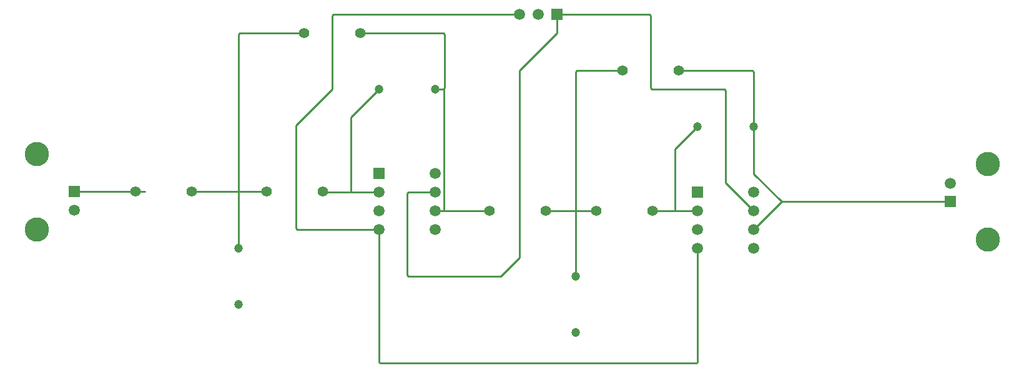
<source format=gtl>
G04*
G04 #@! TF.GenerationSoftware,Altium Limited,Altium Designer,22.7.1 (60)*
G04*
G04 Layer_Physical_Order=1*
G04 Layer_Color=255*
%FSLAX42Y42*%
%MOMM*%
G71*
G04*
G04 #@! TF.SameCoordinates,5E95509D-5024-4279-8DF4-8E0BA65E4A92*
G04*
G04*
G04 #@! TF.FilePolarity,Positive*
G04*
G01*
G75*
%ADD13C,0.25*%
%ADD21C,3.30*%
%ADD22C,1.50*%
%ADD23R,1.50X1.50*%
%ADD24C,1.40*%
%ADD25C,1.20*%
%ADD26C,1.50*%
%ADD27R,1.50X1.50*%
D13*
X13589Y7489D02*
Y8128D01*
Y7489D02*
X13968Y7110D01*
X16254D01*
X13589Y6731D02*
X13968Y7110D01*
X12177Y9652D02*
X12192Y9637D01*
Y8651D02*
Y9637D01*
X10922Y9652D02*
X12177D01*
X12207Y8636D02*
X13193D01*
X12192Y8651D02*
X12207Y8636D01*
X13193D02*
X13208Y8621D01*
Y7366D02*
Y8621D01*
Y7366D02*
X13589Y6985D01*
X12522Y6986D02*
X12826D01*
X12218D02*
X12522D01*
Y7823D02*
X12827Y8128D01*
X12522Y6986D02*
Y7823D01*
X9269Y7241D02*
X9271Y7239D01*
X8890Y7226D02*
X8905Y7241D01*
X8890Y6111D02*
Y7226D01*
X8905Y7241D02*
X9269D01*
X8890Y6111D02*
X8905Y6096D01*
X10160D01*
X10414Y6350D01*
Y8890D01*
X10922Y9398D02*
Y9652D01*
X10414Y8890D02*
X10922Y9398D01*
X9391Y8643D02*
X9398Y8651D01*
X9383Y8636D02*
X9391Y8643D01*
X9272Y6986D02*
X10005D01*
X9390Y6986D02*
X9391Y6986D01*
Y8643D01*
X11178Y8875D02*
X11193Y8890D01*
X11811D01*
X11178Y6987D02*
Y8875D01*
Y6987D02*
X11456D01*
X10768D02*
X11178D01*
X11176Y6984D02*
X11178Y6987D01*
X11176Y6096D02*
Y6984D01*
X12826Y6986D02*
X12827Y6985D01*
X12218Y6987D02*
X12218Y6986D01*
X10005D02*
X10006Y6987D01*
X9271Y6985D02*
X9272Y6986D01*
X12812Y4918D02*
X12827Y4933D01*
X8524Y4918D02*
X12812D01*
X12827Y4933D02*
Y6477D01*
X8509Y4933D02*
Y6731D01*
Y4933D02*
X8524Y4918D01*
X7386Y6750D02*
X7400Y6735D01*
X7386Y6750D02*
Y8148D01*
X8505Y6735D02*
X8509Y6731D01*
X7400Y6735D02*
X8505D01*
X7386Y8148D02*
X7874Y8636D01*
X7889Y9652D02*
X10414D01*
X7874Y9637D02*
X7889Y9652D01*
X7874Y8636D02*
Y9637D01*
X8130Y7242D02*
X8506D01*
X7754D02*
X8130D01*
Y8257D02*
X8509Y8636D01*
X8130Y7242D02*
Y8257D01*
X7751Y7245D02*
X7754Y7242D01*
X8506D02*
X8509Y7239D01*
X6604Y7245D02*
Y9383D01*
Y7245D02*
X6989D01*
X5967D02*
X6604D01*
X4376D02*
X5205D01*
X12826Y6732D02*
X12827Y6731D01*
X13589Y8128D02*
Y8870D01*
X13569Y8890D02*
X13589Y8870D01*
X12573Y8890D02*
X13569D01*
X6604Y5715D02*
X6606Y5717D01*
X9271Y8636D02*
X9383D01*
X9398Y8651D02*
Y9383D01*
X8255Y9398D02*
X9383D01*
X9398Y9383D01*
X6604D02*
X6619Y9398D01*
X7493D01*
X6604Y6477D02*
Y7245D01*
X5205D02*
X5332D01*
D21*
X3866Y7755D02*
D03*
Y6735D02*
D03*
X16764Y6600D02*
D03*
Y7620D02*
D03*
D22*
X4376Y6995D02*
D03*
X16254Y7360D02*
D03*
X10668Y9652D02*
D03*
X10414D02*
D03*
D23*
X4376Y7245D02*
D03*
X16254Y7110D02*
D03*
X10922Y9652D02*
D03*
D24*
X8255Y9398D02*
D03*
X7493D02*
D03*
X12573Y8890D02*
D03*
X11811D02*
D03*
X7751Y7245D02*
D03*
X6989D02*
D03*
X5967D02*
D03*
X5205D02*
D03*
X12218Y6987D02*
D03*
X11456D02*
D03*
X10768D02*
D03*
X10006D02*
D03*
D25*
X8509Y8636D02*
D03*
X9271D02*
D03*
X12827Y8128D02*
D03*
X13589D02*
D03*
X11176Y6096D02*
D03*
Y5334D02*
D03*
X6604Y6477D02*
D03*
Y5715D02*
D03*
D26*
X9271Y6731D02*
D03*
Y6985D02*
D03*
Y7239D02*
D03*
Y7493D02*
D03*
X8509Y6731D02*
D03*
Y6985D02*
D03*
Y7239D02*
D03*
X13589Y6477D02*
D03*
Y6731D02*
D03*
Y6985D02*
D03*
Y7239D02*
D03*
X12827Y6477D02*
D03*
Y6731D02*
D03*
Y6985D02*
D03*
D27*
X8509Y7493D02*
D03*
X12827Y7239D02*
D03*
M02*

</source>
